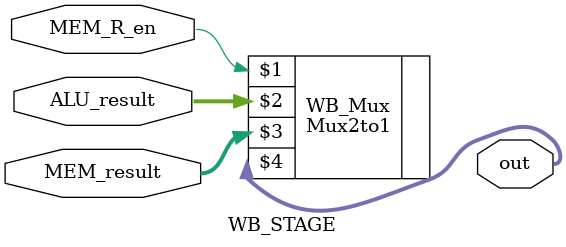
<source format=v>
`timescale 1ns/1ns

module WB_STAGE (
  input [31:0] ALU_result, MEM_result,
	input MEM_R_en,
  output [31:0] out
  );

	Mux2to1 WB_Mux(MEM_R_en, ALU_result, MEM_result, out);

endmodule
</source>
